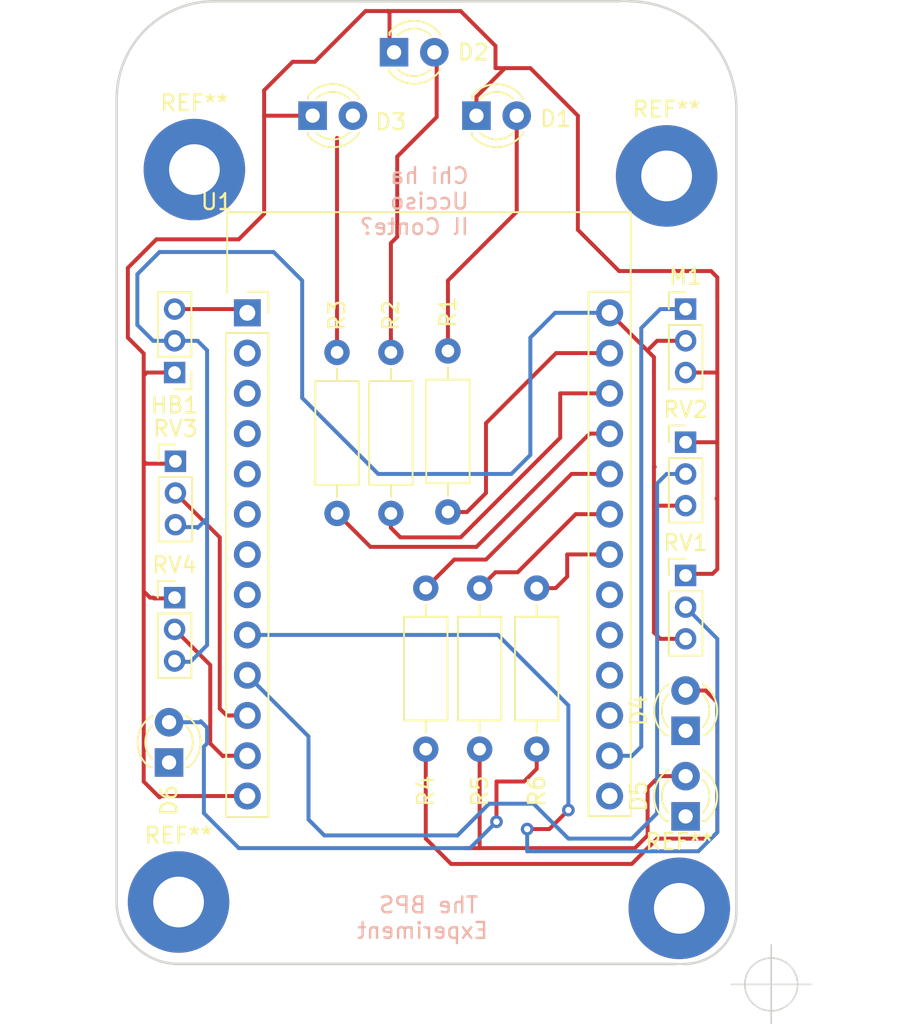
<source format=kicad_pcb>
(kicad_pcb (version 20211014) (generator pcbnew)
  (layers (0 "F.Cu" signal) (31 "B.Cu" signal) (34 "B.Paste" user) (35 "F.Paste" user) (36 "B.SilkS" user "B.Silkscreen") (37 "F.SilkS" user "F.Silkscreen") (38 "B.Mask" user) (39 "F.Mask" user) (44 "Edge.Cuts" user))
  (net 0 "")
  (net 1 "Net-(HB1-Pad3)")
  (net 9 "Net-(RV1-Pad2)")
  (net 10 "Net-(RV2-Pad2)")
  (net 11 "Net-(RV3-Pad2)")
  (net 12 "Net-(RV4-Pad2)")
  (net 13 "GND")
  (net 15 "Net-(M1-Pad1)")
  (net 20 "Net-(R6-Pad1)")
  (net 21 "Net-(R5-Pad1)")
  (net 22 "Net-(R4-Pad1)")
  (net 23 "Net-(R3-Pad1)")
  (net 24 "Net-(R2-Pad1)")
  (net 25 "Net-(R1-Pad1)")
  (net 26 "VCC")
  (net 27 "Net-(D1-Pad2)")
  (net 28 "Net-(D2-Pad2)")
  (net 29 "Net-(D3-Pad2)")
  (net 30 "Net-(D6-Pad2)")
  (net 31 "Net-(D5-Pad2)")
  (net 32 "Net-(D4-Pad2)")
  (footprint "Resistor_THT:R_Axial_DIN0207_L6.3mm_D2.5mm_P10.16mm_Horizontal" (layer "F.Cu") (at 109 118 -90)
    (fp_text reference "R5" (at 12.8 0 90) (layer "F.SilkS"))
    (fp_text value "R")
    (fp_line (start 8.35 1.37) (end 8.35 -1.37) (layer "F.SilkS") (width 0.12))
    (fp_line (start 1.81 1.37) (end 8.35 1.37) (layer "F.SilkS") (width 0.12))
    (fp_line (start 8.35 -1.37) (end 1.81 -1.37) (layer "F.SilkS") (width 0.12))
    (fp_line (start 1.04 0) (end 1.81 0) (layer "F.SilkS") (width 0.12))
    (fp_line (start 9.12 0) (end 8.35 0) (layer "F.SilkS") (width 0.12))
    (fp_line (start 1.81 -1.37) (end 1.81 1.37) (layer "F.SilkS") (width 0.12))
    (pad "1" thru_hole circle (at 0 0 270) (size 1.6 1.6) (drill 0.8) (layers *.Cu *.Mask) (net 21 "Net-(R5-Pad1)"))
    (pad "2" thru_hole oval (at 10.16 0 270) (size 1.6 1.6) (drill 0.8) (layers *.Cu *.Mask) (net 31 "Net-(D5-Pad2)"))
  )
  (footprint "LED_THT:LED_D3.0mm" (layer "F.Cu") (at 122 132.4 90)
    (fp_text reference "D5" (at 1.27 -2.96 90) (layer "F.SilkS"))
    (fp_text value "LED")
    (fp_line (start -0.29 1.08) (end -0.29 1.236) (layer "F.SilkS") (width 0.12))
    (fp_line (start -0.29 -1.236) (end -0.29 -1.08) (layer "F.SilkS") (width 0.12))
    (fp_arc (start -0.29 -1.235516) (mid 1.366487 -1.987659) (end 2.942335 -1.078608) (layer "F.SilkS") (width 0.12))
    (fp_arc (start 2.942335 1.078608) (mid 1.366487 1.987659) (end -0.29 1.235516) (layer "F.SilkS") (width 0.12))
    (fp_arc (start 2.31113 1.079837) (mid 1.270117 1.5) (end 0.229039 1.08) (layer "F.SilkS") (width 0.12))
    (fp_arc (start 0.229039 -1.08) (mid 1.270117 -1.5) (end 2.31113 -1.079837) (layer "F.SilkS") (width 0.12))
    (pad "1" thru_hole rect (at 0 0 90) (size 1.8 1.8) (drill 0.9) (layers *.Cu *.Mask))
    (pad "2" thru_hole circle (at 2.54 0 90) (size 1.8 1.8) (drill 0.9) (layers *.Cu *.Mask) (net 31 "Net-(D5-Pad2)"))
  )
  (footprint "LED_THT:LED_D3.0mm" (layer "F.Cu") (at 89.4 129 90)
    (fp_text reference "D6" (at -2.4 0 90) (layer "F.SilkS"))
    (fp_text value "LED")
    (fp_line (start -0.29 1.08) (end -0.29 1.236) (layer "F.SilkS") (width 0.12))
    (fp_line (start -0.29 -1.236) (end -0.29 -1.08) (layer "F.SilkS") (width 0.12))
    (fp_arc (start 0.229039 -1.08) (mid 1.270117 -1.5) (end 2.31113 -1.079837) (layer "F.SilkS") (width 0.12))
    (fp_arc (start 2.942335 1.078608) (mid 1.366487 1.987659) (end -0.29 1.235516) (layer "F.SilkS") (width 0.12))
    (fp_arc (start -0.29 -1.235516) (mid 1.366487 -1.987659) (end 2.942335 -1.078608) (layer "F.SilkS") (width 0.12))
    (fp_arc (start 2.31113 1.079837) (mid 1.270117 1.5) (end 0.229039 1.08) (layer "F.SilkS") (width 0.12))
    (pad "1" thru_hole rect (at 0 0 90) (size 1.8 1.8) (drill 0.9) (layers *.Cu *.Mask))
    (pad "2" thru_hole circle (at 2.54 0 90) (size 1.8 1.8) (drill 0.9) (layers *.Cu *.Mask) (net 30 "Net-(D6-Pad2)"))
  )
  (footprint "MountingHole:MountingHole_3.2mm_M3_Pad" (layer "F.Cu") (at 90 137.8)
    (fp_text reference "REF**" (at 0 -4.2) (layer "F.SilkS"))
    (fp_text value "MountingHole_3.2mm_M3_Pad")
    (pad "1" thru_hole circle (at 0 0) (size 6.4 6.4) (drill 3.2) (layers *.Cu *.Mask))
  )
  (footprint "Connector_PinHeader_2.00mm:PinHeader_1x03_P2.00mm_Vertical" (layer "F.Cu") (at 89.75 118.6)
    (fp_text reference "RV4" (at 0 -2.06) (layer "F.SilkS"))
    (fp_text value "R_Potentiometer")
    (fp_line (start -1.06 5.06) (end 1.06 5.06) (layer "F.SilkS") (width 0.12))
    (fp_line (start -1.06 0) (end -1.06 -1.06) (layer "F.SilkS") (width 0.12))
    (fp_line (start -1.06 1) (end -1.06 5.06) (layer "F.SilkS") (width 0.12))
    (fp_line (start -1.06 -1.06) (end 0 -1.06) (layer "F.SilkS") (width 0.12))
    (fp_line (start -1.06 1) (end 1.06 1) (layer "F.SilkS") (width 0.12))
    (fp_line (start 1.06 1) (end 1.06 5.06) (layer "F.SilkS") (width 0.12))
    (pad "1" thru_hole rect (at 0 0) (size 1.35 1.35) (drill 0.8) (layers *.Cu *.Mask) (net 13 "GND"))
    (pad "2" thru_hole oval (at 0 2) (size 1.35 1.35) (drill 0.8) (layers *.Cu *.Mask) (net 12 "Net-(RV4-Pad2)"))
    (pad "3" thru_hole oval (at 0 4) (size 1.35 1.35) (drill 0.8) (layers *.Cu *.Mask) (net 26 "VCC"))
  )
  (footprint "Connector_PinHeader_2.00mm:PinHeader_1x03_P2.00mm_Vertical" (layer "F.Cu") (at 122 100.4)
    (fp_text reference "M1" (at 0 -2.06) (layer "F.SilkS"))
    (fp_text value "motor_module")
    (fp_line (start -1.06 1) (end 1.06 1) (layer "F.SilkS") (width 0.12))
    (fp_line (start -1.06 5.06) (end 1.06 5.06) (layer "F.SilkS") (width 0.12))
    (fp_line (start -1.06 0) (end -1.06 -1.06) (layer "F.SilkS") (width 0.12))
    (fp_line (start -1.06 -1.06) (end 0 -1.06) (layer "F.SilkS") (width 0.12))
    (fp_line (start 1.06 1) (end 1.06 5.06) (layer "F.SilkS") (width 0.12))
    (fp_line (start -1.06 1) (end -1.06 5.06) (layer "F.SilkS") (width 0.12))
    (pad "1" thru_hole rect (at 0 0) (size 1.35 1.35) (drill 0.8) (layers *.Cu *.Mask) (net 15 "Net-(M1-Pad1)"))
    (pad "2" thru_hole oval (at 0 2) (size 1.35 1.35) (drill 0.8) (layers *.Cu *.Mask) (net 26 "VCC"))
    (pad "3" thru_hole oval (at 0 4) (size 1.35 1.35) (drill 0.8) (layers *.Cu *.Mask) (net 13 "GND"))
  )
  (footprint "Resistor_THT:R_Axial_DIN0207_L6.3mm_D2.5mm_P10.16mm_Horizontal" (layer "F.Cu") (at 100 113.29 90)
    (fp_text reference "R3" (at 12.49 0 90) (layer "F.SilkS"))
    (fp_text value "R")
    (fp_line (start 1.81 -1.37) (end 1.81 1.37) (layer "F.SilkS") (width 0.12))
    (fp_line (start 8.35 1.37) (end 8.35 -1.37) (layer "F.SilkS") (width 0.12))
    (fp_line (start 1.04 0) (end 1.81 0) (layer "F.SilkS") (width 0.12))
    (fp_line (start 1.81 1.37) (end 8.35 1.37) (layer "F.SilkS") (width 0.12))
    (fp_line (start 9.12 0) (end 8.35 0) (layer "F.SilkS") (width 0.12))
    (fp_line (start 8.35 -1.37) (end 1.81 -1.37) (layer "F.SilkS") (width 0.12))
    (pad "1" thru_hole circle (at 0 0 90) (size 1.6 1.6) (drill 0.8) (layers *.Cu *.Mask) (net 23 "Net-(R3-Pad1)"))
    (pad "2" thru_hole oval (at 10.16 0 90) (size 1.6 1.6) (drill 0.8) (layers *.Cu *.Mask) (net 29 "Net-(D3-Pad2)"))
  )
  (footprint "LED_THT:LED_D3.0mm" (layer "F.Cu") (at 98.46 88.2)
    (fp_text reference "D3" (at 4.94 0.4) (layer "F.SilkS"))
    (fp_text value "LED")
    (fp_line (start -0.29 1.08) (end -0.29 1.236) (layer "F.SilkS") (width 0.12))
    (fp_line (start -0.29 -1.236) (end -0.29 -1.08) (layer "F.SilkS") (width 0.12))
    (fp_arc (start 2.942335 1.078608) (mid 1.366487 1.987659) (end -0.29 1.235516) (layer "F.SilkS") (width 0.12))
    (fp_arc (start 0.229039 -1.08) (mid 1.270117 -1.5) (end 2.31113 -1.079837) (layer "F.SilkS") (width 0.12))
    (fp_arc (start -0.29 -1.235516) (mid 1.366487 -1.987659) (end 2.942335 -1.078608) (layer "F.SilkS") (width 0.12))
    (fp_arc (start 2.31113 1.079837) (mid 1.270117 1.5) (end 0.229039 1.08) (layer "F.SilkS") (width 0.12))
    (pad "1" thru_hole rect (at 0 0) (size 1.8 1.8) (drill 0.9) (layers *.Cu *.Mask) (net 13 "GND"))
    (pad "2" thru_hole circle (at 2.54 0) (size 1.8 1.8) (drill 0.9) (layers *.Cu *.Mask) (net 29 "Net-(D3-Pad2)"))
  )
  (footprint "Resistor_THT:R_Axial_DIN0207_L6.3mm_D2.5mm_P10.16mm_Horizontal" (layer "F.Cu") (at 103.4 113.29 90)
    (fp_text reference "R2" (at 12.49 0 90) (layer "F.SilkS"))
    (fp_text value "R")
    (fp_line (start 8.35 1.37) (end 8.35 -1.37) (layer "F.SilkS") (width 0.12))
    (fp_line (start 1.81 -1.37) (end 1.81 1.37) (layer "F.SilkS") (width 0.12))
    (fp_line (start 8.35 -1.37) (end 1.81 -1.37) (layer "F.SilkS") (width 0.12))
    (fp_line (start 1.81 1.37) (end 8.35 1.37) (layer "F.SilkS") (width 0.12))
    (fp_line (start 9.12 0) (end 8.35 0) (layer "F.SilkS") (width 0.12))
    (fp_line (start 1.04 0) (end 1.81 0) (layer "F.SilkS") (width 0.12))
    (pad "1" thru_hole circle (at 0 0 90) (size 1.6 1.6) (drill 0.8) (layers *.Cu *.Mask) (net 24 "Net-(R2-Pad1)"))
    (pad "2" thru_hole oval (at 10.16 0 90) (size 1.6 1.6) (drill 0.8) (layers *.Cu *.Mask) (net 28 "Net-(D2-Pad2)"))
  )
  (footprint "LED_THT:LED_D3.0mm" (layer "F.Cu") (at 108.8 88.2)
    (fp_text reference "D1" (at 5 0.2) (layer "F.SilkS"))
    (fp_text value "LED")
    (fp_line (start -0.29 -1.236) (end -0.29 -1.08) (layer "F.SilkS") (width 0.12))
    (fp_line (start -0.29 1.08) (end -0.29 1.236) (layer "F.SilkS") (width 0.12))
    (fp_arc (start 0.229039 -1.08) (mid 1.270117 -1.5) (end 2.31113 -1.079837) (layer "F.SilkS") (width 0.12))
    (fp_arc (start 2.942335 1.078608) (mid 1.366487 1.987659) (end -0.29 1.235516) (layer "F.SilkS") (width 0.12))
    (fp_arc (start -0.29 -1.235516) (mid 1.366487 -1.987659) (end 2.942335 -1.078608) (layer "F.SilkS") (width 0.12))
    (fp_arc (start 2.31113 1.079837) (mid 1.270117 1.5) (end 0.229039 1.08) (layer "F.SilkS") (width 0.12))
    (pad "1" thru_hole rect (at 0 0) (size 1.8 1.8) (drill 0.9) (layers *.Cu *.Mask) (net 13 "GND"))
    (pad "2" thru_hole circle (at 2.54 0) (size 1.8 1.8) (drill 0.9) (layers *.Cu *.Mask) (net 27 "Net-(D1-Pad2)"))
  )
  (footprint "Resistor_THT:R_Axial_DIN0207_L6.3mm_D2.5mm_P10.16mm_Horizontal" (layer "F.Cu") (at 112.6 118 -90)
    (fp_text reference "R6" (at 12.8 0 90) (layer "F.SilkS"))
    (fp_text value "R")
    (fp_line (start 1.81 1.37) (end 8.35 1.37) (layer "F.SilkS") (width 0.12))
    (fp_line (start 8.35 -1.37) (end 1.81 -1.37) (layer "F.SilkS") (width 0.12))
    (fp_line (start 8.35 1.37) (end 8.35 -1.37) (layer "F.SilkS") (width 0.12))
    (fp_line (start 1.04 0) (end 1.81 0) (layer "F.SilkS") (width 0.12))
    (fp_line (start 1.81 -1.37) (end 1.81 1.37) (layer "F.SilkS") (width 0.12))
    (fp_line (start 9.12 0) (end 8.35 0) (layer "F.SilkS") (width 0.12))
    (pad "1" thru_hole circle (at 0 0 270) (size 1.6 1.6) (drill 0.8) (layers *.Cu *.Mask) (net 20 "Net-(R6-Pad1)"))
    (pad "2" thru_hole oval (at 10.16 0 270) (size 1.6 1.6) (drill 0.8) (layers *.Cu *.Mask) (net 30 "Net-(D6-Pad2)"))
  )
  (footprint "Resistor_THT:R_Axial_DIN0207_L6.3mm_D2.5mm_P10.16mm_Horizontal" (layer "F.Cu") (at 107 113.2 90)
    (fp_text reference "R1" (at 12.6 0 90) (layer "F.SilkS"))
    (fp_text value "R")
    (fp_line (start 1.04 0) (end 1.81 0) (layer "F.SilkS") (width 0.12))
    (fp_line (start 1.81 1.37) (end 8.35 1.37) (layer "F.SilkS") (width 0.12))
    (fp_line (start 1.81 -1.37) (end 1.81 1.37) (layer "F.SilkS") (width 0.12))
    (fp_line (start 8.35 1.37) (end 8.35 -1.37) (layer "F.SilkS") (width 0.12))
    (fp_line (start 8.35 -1.37) (end 1.81 -1.37) (layer "F.SilkS") (width 0.12))
    (fp_line (start 9.12 0) (end 8.35 0) (layer "F.SilkS") (width 0.12))
    (pad "1" thru_hole circle (at 0 0 90) (size 1.6 1.6) (drill 0.8) (layers *.Cu *.Mask) (net 25 "Net-(R1-Pad1)"))
    (pad "2" thru_hole oval (at 10.16 0 90) (size 1.6 1.6) (drill 0.8) (layers *.Cu *.Mask) (net 27 "Net-(D1-Pad2)"))
  )
  (footprint "Connector_PinHeader_2.00mm:PinHeader_1x03_P2.00mm_Vertical" (layer "F.Cu") (at 122 117.2)
    (fp_text reference "RV1" (at 0 -2.06) (layer "F.SilkS"))
    (fp_text value "R_Potentiometer")
    (fp_line (start -1.06 -1.06) (end 0 -1.06) (layer "F.SilkS") (width 0.12))
    (fp_line (start -1.06 0) (end -1.06 -1.06) (layer "F.SilkS") (width 0.12))
    (fp_line (start 1.06 1) (end 1.06 5.06) (layer "F.SilkS") (width 0.12))
    (fp_line (start -1.06 5.06) (end 1.06 5.06) (layer "F.SilkS") (width 0.12))
    (fp_line (start -1.06 1) (end -1.06 5.06) (layer "F.SilkS") (width 0.12))
    (fp_line (start -1.06 1) (end 1.06 1) (layer "F.SilkS") (width 0.12))
    (pad "1" thru_hole rect (at 0 0) (size 1.35 1.35) (drill 0.8) (layers *.Cu *.Mask) (net 13 "GND"))
    (pad "2" thru_hole oval (at 0 2) (size 1.35 1.35) (drill 0.8) (layers *.Cu *.Mask) (net 9 "Net-(RV1-Pad2)"))
    (pad "3" thru_hole oval (at 0 4) (size 1.35 1.35) (drill 0.8) (layers *.Cu *.Mask) (net 26 "VCC"))
  )
  (footprint "LED_THT:LED_D3.0mm" (layer "F.Cu") (at 103.6 84.2)
    (fp_text reference "D2" (at 5 0) (layer "F.SilkS"))
    (fp_text value "LED")
    (fp_line (start -0.29 -1.236) (end -0.29 -1.08) (layer "F.SilkS") (width 0.12))
    (fp_line (start -0.29 1.08) (end -0.29 1.236) (layer "F.SilkS") (width 0.12))
    (fp_arc (start -0.29 -1.235516) (mid 1.366487 -1.987659) (end 2.942335 -1.078608) (layer "F.SilkS") (width 0.12))
    (fp_arc (start 2.31113 1.079837) (mid 1.270117 1.5) (end 0.229039 1.08) (layer "F.SilkS") (width 0.12))
    (fp_arc (start 0.229039 -1.08) (mid 1.270117 -1.5) (end 2.31113 -1.079837) (layer "F.SilkS") (width 0.12))
    (fp_arc (start 2.942335 1.078608) (mid 1.366487 1.987659) (end -0.29 1.235516) (layer "F.SilkS") (width 0.12))
    (pad "1" thru_hole rect (at 0 0) (size 1.8 1.8) (drill 0.9) (layers *.Cu *.Mask) (net 13 "GND"))
    (pad "2" thru_hole circle (at 2.54 0) (size 1.8 1.8) (drill 0.9) (layers *.Cu *.Mask) (net 28 "Net-(D2-Pad2)"))
  )
  (footprint "Connector_PinHeader_2.00mm:PinHeader_1x03_P2.00mm_Vertical" (layer "F.Cu") (at 89.75 104.4 180)
    (fp_text reference "HB1" (at 0 -2.06) (layer "F.SilkS"))
    (fp_text value "hearth beat sensor")
    (fp_line (start -1.06 5.06) (end 1.06 5.06) (layer "F.SilkS") (width 0.12))
    (fp_line (start -1.06 1) (end 1.06 1) (layer "F.SilkS") (width 0.12))
    (fp_line (start -1.06 -1.06) (end 0 -1.06) (layer "F.SilkS") (width 0.12))
    (fp_line (start -1.06 0) (end -1.06 -1.06) (layer "F.SilkS") (width 0.12))
    (fp_line (start -1.06 1) (end -1.06 5.06) (layer "F.SilkS") (width 0.12))
    (fp_line (start 1.06 1) (end 1.06 5.06) (layer "F.SilkS") (width 0.12))
    (pad "1" thru_hole rect (at 0 0 180) (size 1.35 1.35) (drill 0.8) (layers *.Cu *.Mask) (net 13 "GND"))
    (pad "2" thru_hole oval (at 0 2 180) (size 1.35 1.35) (drill 0.8) (layers *.Cu *.Mask) (net 26 "VCC"))
    (pad "3" thru_hole oval (at 0 4 180) (size 1.35 1.35) (drill 0.8) (layers *.Cu *.Mask) (net 1 "Net-(HB1-Pad3)"))
  )
  (footprint "MountingHole:MountingHole_3.2mm_M3_Pad" (layer "F.Cu") (at 121.6 138.2)
    (fp_text reference "REF**" (at 0 -4.2) (layer "F.SilkS"))
    (fp_text value "MountingHole_3.2mm_M3_Pad")
    (pad "1" thru_hole circle (at 0 0) (size 6.4 6.4) (drill 3.2) (layers *.Cu *.Mask))
  )
  (footprint "Connector_PinHeader_2.00mm:PinHeader_1x03_P2.00mm_Vertical" (layer "F.Cu") (at 89.8 110)
    (fp_text reference "RV3" (at 0 -2.06) (layer "F.SilkS"))
    (fp_text value "R_Potentiometer")
    (fp_line (start -1.06 1) (end 1.06 1) (layer "F.SilkS") (width 0.12))
    (fp_line (start -1.06 -1.06) (end 0 -1.06) (layer "F.SilkS") (width 0.12))
    (fp_line (start -1.06 5.06) (end 1.06 5.06) (layer "F.SilkS") (width 0.12))
    (fp_line (start -1.06 1) (end -1.06 5.06) (layer "F.SilkS") (width 0.12))
    (fp_line (start -1.06 0) (end -1.06 -1.06) (layer "F.SilkS") (width 0.12))
    (fp_line (start 1.06 1) (end 1.06 5.06) (layer "F.SilkS") (width 0.12))
    (pad "1" thru_hole rect (at 0 0) (size 1.35 1.35) (drill 0.8) (layers *.Cu *.Mask) (net 13 "GND"))
    (pad "2" thru_hole oval (at 0 2) (size 1.35 1.35) (drill 0.8) (layers *.Cu *.Mask) (net 11 "Net-(RV3-Pad2)"))
    (pad "3" thru_hole oval (at 0 4) (size 1.35 1.35) (drill 0.8) (layers *.Cu *.Mask) (net 26 "VCC"))
  )
  (footprint "MountingHole:MountingHole_3.2mm_M3_Pad" (layer "F.Cu") (at 91 91.6)
    (fp_text reference "REF**" (at 0 -4.2) (layer "F.SilkS"))
    (fp_text value "MountingHole_3.2mm_M3_Pad")
    (pad "1" thru_hole circle (at 0 0) (size 6.4 6.4) (drill 3.2) (layers *.Cu *.Mask))
  )
  (footprint "wemos_lolin32_lite:esp32_wemos_lolin32_lite" (layer "F.Cu") (at 94.34 100.635)
    (fp_text reference "U1" (at -1.93 -7) (layer "F.SilkS"))
    (fp_text value "esp32_wemos_lolin32_lite")
    (fp_line (start 21.53 31.75) (end 21.53 -1.33) (layer "F.SilkS") (width 0.12))
    (fp_line (start 1.33 -1.33) (end 1.33 0) (layer "F.SilkS") (width 0.12))
    (fp_line (start 24.19 31.75) (end 21.53 31.75) (layer "F.SilkS") (width 0.12))
    (fp_line (start 24.19 -1.33) (end 21.53 -1.33) (layer "F.SilkS") (width 0.12))
    (fp_line (start 0 -1.33) (end 1.33 -1.33) (layer "F.SilkS") (width 0.12))
    (fp_line (start 24.19 -1.33) (end 24.19 -6.34) (layer "F.SilkS") (width 0.12))
    (fp_line (start 1.33 1.27) (end 1.33 31.81) (layer "F.SilkS") (width 0.12))
    (fp_line (start 24.19 31.75) (end 24.19 -1.33) (layer "F.SilkS") (width 0.12))
    (fp_line (start -1.33 1.27) (end 1.33 1.27) (layer "F.SilkS") (width 0.12))
    (fp_line (start -1.33 31.81) (end 1.33 31.81) (layer "F.SilkS") (width 0.12))
    (fp_line (start -1.33 1.27) (end -1.33 31.81) (layer "F.SilkS") (width 0.12))
    (fp_line (start -1.27 -1.27) (end -1.27 -6.35) (layer "F.SilkS") (width 0.12))
    (fp_line (start -1.27 -6.35) (end 24.19 -6.35) (layer "F.SilkS") (width 0.12))
    (pad "1" thru_hole rect (at 0 0) (size 1.7 1.7) (drill 1) (layers *.Cu *.Mask) (net 1 "Net-(HB1-Pad3)"))
    (pad "2" thru_hole oval (at 0 2.54) (size 1.7 1.7) (drill 1) (layers *.Cu *.Mask))
    (pad "3" thru_hole oval (at 0 5.08) (size 1.7 1.7) (drill 1) (layers *.Cu *.Mask))
    (pad "4" thru_hole oval (at 0 7.62) (size 1.7 1.7) (drill 1) (layers *.Cu *.Mask))
    (pad "5" thru_hole oval (at 0 10.16) (size 1.7 1.7) (drill 1) (layers *.Cu *.Mask))
    (pad "6" thru_hole oval (at 0 12.7) (size 1.7 1.7) (drill 1) (layers *.Cu *.Mask))
    (pad "7" thru_hole oval (at 0 15.24) (size 1.7 1.7) (drill 1) (layers *.Cu *.Mask))
    (pad "8" thru_hole oval (at 0 17.78) (size 1.7 1.7) (drill 1) (layers *.Cu *.Mask))
    (pad "9" thru_hole oval (at 0 20.32) (size 1.7 1.7) (drill 1) (layers *.Cu *.Mask) (net 9 "Net-(RV1-Pad2)"))
    (pad "10" thru_hole oval (at 0 22.86) (size 1.7 1.7) (drill 1) (layers *.Cu *.Mask) (net 10 "Net-(RV2-Pad2)"))
    (pad "11" thru_hole oval (at 0 25.4) (size 1.7 1.7) (drill 1) (layers *.Cu *.Mask) (net 11 "Net-(RV3-Pad2)"))
    (pad "12" thru_hole oval (at 0 27.94) (size 1.7 1.7) (drill 1) (layers *.Cu *.Mask) (net 12 "Net-(RV4-Pad2)"))
    (pad "13" thru_hole oval (at 0 30.48) (size 1.7 1.7) (drill 1) (layers *.Cu *.Mask) (net 13 "GND"))
    (pad "14" thru_hole circle (at 22.86 30.48 180) (size 1.7 1.7) (drill 1) (layers *.Cu *.Mask))
    (pad "15" thru_hole oval (at 22.86 27.94 180) (size 1.7 1.7) (drill 1) (layers *.Cu *.Mask) (net 15 "Net-(M1-Pad1)"))
    (pad "16" thru_hole oval (at 22.86 25.4 180) (size 1.7 1.7) (drill 1) (layers *.Cu *.Mask))
    (pad "17" thru_hole oval (at 22.86 22.86 180) (size 1.7 1.7) (drill 1) (layers *.Cu *.Mask))
    (pad "18" thru_hole oval (at 22.86 20.32 180) (size 1.7 1.7) (drill 1) (layers *.Cu *.Mask))
    (pad "19" thru_hole oval (at 22.86 17.78 180) (size 1.7 1.7) (drill 1) (layers *.Cu *.Mask))
    (pad "20" thru_hole oval (at 22.86 15.24 180) (size 1.7 1.7) (drill 1) (layers *.Cu *.Mask) (net 20 "Net-(R6-Pad1)"))
    (pad "21" thru_hole oval (at 22.86 12.7 180) (size 1.7 1.7) (drill 1) (layers *.Cu *.Mask) (net 21 "Net-(R5-Pad1)"))
    (pad "22" thru_hole oval (at 22.86 10.16 180) (size 1.7 1.7) (drill 1) (layers *.Cu *.Mask) (net 22 "Net-(R4-Pad1)"))
    (pad "23" thru_hole oval (at 22.86 7.62 180) (size 1.7 1.7) (drill 1) (layers *.Cu *.Mask) (net 23 "Net-(R3-Pad1)"))
    (pad "24" thru_hole oval (at 22.86 5.08 180) (size 1.7 1.7) (drill 1) (layers *.Cu *.Mask) (net 24 "Net-(R2-Pad1)"))
    (pad "25" thru_hole oval (at 22.86 2.54 180) (size 1.7 1.7) (drill 1) (layers *.Cu *.Mask) (net 25 "Net-(R1-Pad1)"))
    (pad "26" thru_hole oval (at 22.86 0 180) (size 1.7 1.7) (drill 1) (layers *.Cu *.Mask) (net 26 "VCC"))
  )
  (footprint "LED_THT:LED_D3.0mm" (layer "F.Cu") (at 122 127 90)
    (fp_text reference "D4" (at 1.27 -2.96 90) (layer "F.SilkS"))
    (fp_text value "LED")
    (fp_line (start -0.29 1.08) (end -0.29 1.236) (layer "F.SilkS") (width 0.12))
    (fp_line (start -0.29 -1.236) (end -0.29 -1.08) (layer "F.SilkS") (width 0.12))
    (fp_arc (start 2.31113 1.079837) (mid 1.270117 1.5) (end 0.229039 1.08) (layer "F.SilkS") (width 0.12))
    (fp_arc (start 2.942335 1.078608) (mid 1.366487 1.987659) (end -0.29 1.235516) (layer "F.SilkS") (width 0.12))
    (fp_arc (start 0.229039 -1.08) (mid 1.270117 -1.5) (end 2.31113 -1.079837) (layer "F.SilkS") (width 0.12))
    (fp_arc (start -0.29 -1.235516) (mid 1.366487 -1.987659) (end 2.942335 -1.078608) (layer "F.SilkS") (width 0.12))
    (pad "1" thru_hole rect (at 0 0 90) (size 1.8 1.8) (drill 0.9) (layers *.Cu *.Mask))
    (pad "2" thru_hole circle (at 2.54 0 90) (size 1.8 1.8) (drill 0.9) (layers *.Cu *.Mask) (net 32 "Net-(D4-Pad2)"))
  )
  (footprint "Connector_PinHeader_2.00mm:PinHeader_1x03_P2.00mm_Vertical" (layer "F.Cu") (at 122 108.8)
    (fp_text reference "RV2" (at 0 -2.06) (layer "F.SilkS"))
    (fp_text value "R_Potentiometer")
    (fp_line (start -1.06 -1.06) (end 0 -1.06) (layer "F.SilkS") (width 0.12))
    (fp_line (start -1.06 1) (end -1.06 5.06) (layer "F.SilkS") (width 0.12))
    (fp_line (start -1.06 1) (end 1.06 1) (layer "F.SilkS") (width 0.12))
    (fp_line (start 1.06 1) (end 1.06 5.06) (layer "F.SilkS") (width 0.12))
    (fp_line (start -1.06 5.06) (end 1.06 5.06) (layer "F.SilkS") (width 0.12))
    (fp_line (start -1.06 0) (end -1.06 -1.06) (layer "F.SilkS") (width 0.12))
    (pad "1" thru_hole rect (at 0 0) (size 1.35 1.35) (drill 0.8) (layers *.Cu *.Mask) (net 13 "GND"))
    (pad "2" thru_hole oval (at 0 2) (size 1.35 1.35) (drill 0.8) (layers *.Cu *.Mask) (net 10 "Net-(RV2-Pad2)"))
    (pad "3" thru_hole oval (at 0 4) (size 1.35 1.35) (drill 0.8) (layers *.Cu *.Mask) (net 26 "VCC"))
  )
  (footprint "MountingHole:MountingHole_3.2mm_M3_Pad" (layer "F.Cu") (at 120.8 92)
    (fp_text reference "REF**" (at 0 -4.2) (layer "F.SilkS"))
    (fp_text value "MountingHole_3.2mm_M3_Pad")
    (pad "1" thru_hole circle (at 0 0) (size 6.4 6.4) (drill 3.2) (layers *.Cu *.Mask))
  )
  (footprint "Resistor_THT:R_Axial_DIN0207_L6.3mm_D2.5mm_P10.16mm_Horizontal" (layer "F.Cu") (at 105.6 118 -90)
    (fp_text reference "R4" (at 12.8 0 90) (layer "F.SilkS"))
    (fp_text value "R")
    (fp_line (start 8.35 -1.37) (end 1.81 -1.37) (layer "F.SilkS") (width 0.12))
    (fp_line (start 8.35 1.37) (end 8.35 -1.37) (layer "F.SilkS") (width 0.12))
    (fp_line (start 9.12 0) (end 8.35 0) (layer "F.SilkS") (width 0.12))
    (fp_line (start 1.81 -1.37) (end 1.81 1.37) (layer "F.SilkS") (width 0.12))
    (fp_line (start 1.81 1.37) (end 8.35 1.37) (layer "F.SilkS") (width 0.12))
    (fp_line (start 1.04 0) (end 1.81 0) (layer "F.SilkS") (width 0.12))
    (pad "1" thru_hole circle (at 0 0 270) (size 1.6 1.6) (drill 0.8) (layers *.Cu *.Mask) (net 22 "Net-(R4-Pad1)"))
    (pad "2" thru_hole oval (at 10.16 0 270) (size 1.6 1.6) (drill 0.8) (layers *.Cu *.Mask) (net 32 "Net-(D4-Pad2)"))
  )
  (gr_arc (start 86.093068 87.15024) (mid 87.89947 82.789199) (end 92.260511 80.982796) (layer "Edge.Cuts") (width 0.16))
  (gr_arc (start 90 141.706932) (mid 87.237382 140.562618) (end 86.093068 137.8) (layer "Edge.Cuts") (width 0.16))
  (gr_line (start 92.260511 80.982796) (end 117.880865 80.982796) (layer "Edge.Cuts") (width 0.16))
  (gr_line (start 125.2 87.808863) (end 125.2 138.4) (layer "Edge.Cuts") (width 0.16))
  (gr_line (start 121.4 141.706932) (end 121.893068 141.706932) (layer "Edge.Cuts") (width 0.1))
  (gr_arc (start 125.2 138.4) (mid 124.231422 140.738354) (end 121.893068 141.706932) (layer "Edge.Cuts") (width 0.16))
  (gr_line (start 117.880865 80.982796) (end 118.373933 80.982796) (layer "Edge.Cuts") (width 0.1))
  (gr_arc (start 118.373933 80.982796) (mid 123.200727 82.98209) (end 125.2 87.808863) (layer "Edge.Cuts") (width 0.16))
  (gr_line (start 121.4 141.706932) (end 90 141.706932) (layer "Edge.Cuts") (width 0.16))
  (gr_line (start 86.093068 137.8) (end 86.093068 87.15024) (layer "Edge.Cuts") (width 0.16))
  (gr_text "Chi ha\nUcciso\nIl Conte?" (at 108.4 93.6) (layer "B.SilkS") (effects (font (size 1 1)) (justify left mirror)))
  (gr_text "The BPS \nExperiment" (at 105.4 138.8) (layer "B.SilkS") (effects (font (size 1 1)) (justify mirror)))
  (target plus (at 127.4 143) (size 5) (width 0.1) (layer "Edge.Cuts"))
  (segment (start 89.75 100.4) (end 94.105 100.4) (width 0.25) (layer "F.Cu") (net 1))
  (segment (start 94.105 100.4) (end 94.34 100.635) (width 0.25) (layer "F.Cu") (net 1))
  (segment (start 114.6 132) (end 113.4 133.2) (width 0.25) (layer "F.Cu") (net 9))
  (segment (start 113.4 133.2) (end 112 133.2) (width 0.25) (layer "F.Cu") (net 9))
  (via (at 112 133.2) (size 0.8) (drill 0.4) (layers "F.Cu" "B.Cu") (net 9))
  (via (at 114.6 132) (size 0.8) (drill 0.4) (layers "F.Cu" "B.Cu") (net 9))
  (segment (start 112 133.2) (end 112 134.6) (width 0.25) (layer "B.Cu") (net 9))
  (segment (start 110.155 120.955) (end 114.6 125.4) (width 0.25) (layer "B.Cu") (net 9))
  (segment (start 114.6 125.4) (end 114.6 132) (width 0.25) (layer "B.Cu") (net 9))
  (segment (start 122.8 134.6) (end 124 133.4) (width 0.25) (layer "B.Cu") (net 9))
  (segment (start 112 134.6) (end 122.8 134.6) (width 0.25) (layer "B.Cu") (net 9))
  (segment (start 94.34 120.955) (end 110.155 120.955) (width 0.25) (layer "B.Cu") (net 9))
  (segment (start 124 121.2) (end 122 119.2) (width 0.25) (layer "B.Cu") (net 9))
  (segment (start 124 133.4) (end 124 121.2) (width 0.25) (layer "B.Cu") (net 9))
  (segment (start 98.2 132.6) (end 99.2 133.6) (width 0.25) (layer "B.Cu") (net 10))
  (segment (start 94.34 123.495) (end 98.2 127.355) (width 0.25) (layer "B.Cu") (net 10))
  (segment (start 98.2 127.355) (end 98.2 132.6) (width 0.25) (layer "B.Cu") (net 10))
  (segment (start 118.6 133.8) (end 120.2 132.2) (width 0.25) (layer "B.Cu") (net 10))
  (segment (start 120.2 111.4) (end 120.8 110.8) (width 0.25) (layer "B.Cu") (net 10))
  (segment (start 120.8 110.8) (end 122 110.8) (width 0.25) (layer "B.Cu") (net 10))
  (segment (start 109.6 131.6) (end 112.4 131.6) (width 0.25) (layer "B.Cu") (net 10))
  (segment (start 114.6 133.8) (end 118.6 133.8) (width 0.25) (layer "B.Cu") (net 10))
  (segment (start 99.2 133.6) (end 107.6 133.6) (width 0.25) (layer "B.Cu") (net 10))
  (segment (start 107.6 133.6) (end 109.6 131.6) (width 0.25) (layer "B.Cu") (net 10))
  (segment (start 112.4 131.6) (end 114.6 133.8) (width 0.25) (layer "B.Cu") (net 10))
  (segment (start 120.2 132.2) (end 120.2 111.4) (width 0.25) (layer "B.Cu") (net 10))
  (segment (start 92.6 114.8) (end 92.6 125.6) (width 0.25) (layer "F.Cu") (net 11))
  (segment (start 92.6 125.6) (end 93.035 126.035) (width 0.25) (layer "F.Cu") (net 11))
  (segment (start 93.035 126.035) (end 94.34 126.035) (width 0.25) (layer "F.Cu") (net 11))
  (segment (start 89.8 112) (end 92.6 114.8) (width 0.25) (layer "F.Cu") (net 11))
  (segment (start 92.825 128.575) (end 94.34 128.575) (width 0.25) (layer "F.Cu") (net 12))
  (segment (start 89.75 120.6) (end 92 122.85) (width 0.25) (layer "F.Cu") (net 12))
  (segment (start 92 122.85) (end 92 127.8) (width 0.25) (layer "F.Cu") (net 12))
  (segment (start 92 127.8) (end 92.8 128.6) (width 0.25) (layer "F.Cu") (net 12))
  (segment (start 92.8 128.6) (end 92.825 128.575) (width 0.25) (layer "F.Cu") (net 12))
  (segment (start 95.4 86.6) (end 95.4 88.2) (width 0.25) (layer "F.Cu") (net 13))
  (segment (start 86.8 97.8) (end 86.8 102.2) (width 0.25) (layer "F.Cu") (net 13))
  (segment (start 112.2 85.2) (end 115.2 88.2) (width 0.25) (layer "F.Cu") (net 13))
  (segment (start 122 108.8) (end 124 108.8) (width 0.25) (layer "F.Cu") (net 13))
  (segment (start 89.75 104.4) (end 88 104.4) (width 0.25) (layer "F.Cu") (net 13))
  (segment (start 88.4 118.6) (end 88.45 118.65) (width 0.25) (layer "F.Cu") (net 13))
  (segment (start 110.6 85.2) (end 108.8 87) (width 0.25) (layer "F.Cu") (net 13))
  (segment (start 124 104.4) (end 124 108.8) (width 0.25) (layer "F.Cu") (net 13))
  (segment (start 87.95 110.15) (end 87.8 110) (width 0.25) (layer "F.Cu") (net 13))
  (segment (start 103.2 81.6) (end 107.8 81.6) (width 0.25) (layer "F.Cu") (net 13))
  (segment (start 123.95 112.35) (end 124 112.4) (width 0.25) (layer "F.Cu") (net 13))
  (segment (start 124 108.8) (end 124 112.4) (width 0.25) (layer "F.Cu") (net 13))
  (segment (start 93.8 96) (end 88.6 96) (width 0.25) (layer "F.Cu") (net 13))
  (segment (start 88.45 118.65) (end 89.75 118.65) (width 0.25) (layer "F.Cu") (net 13))
  (segment (start 123.6 98) (end 124 98.4) (width 0.25) (layer "F.Cu") (net 13))
  (segment (start 122 104.4) (end 124 104.4) (width 0.25) (layer "F.Cu") (net 13))
  (segment (start 101.8 81.6) (end 98.6 84.8) (width 0.25) (layer "F.Cu") (net 13))
  (segment (start 115.2 95.4) (end 117.8 98) (width 0.25) (layer "F.Cu") (net 13))
  (segment (start 88.2 118.6) (end 88.4 118.6) (width 0.25) (layer "F.Cu") (net 13))
  (segment (start 87.8 110) (end 87.8 118.2) (width 0.25) (layer "F.Cu") (net 13))
  (segment (start 87.8 103.2) (end 87.8 104.6) (width 0.25) (layer "F.Cu") (net 13))
  (segment (start 117.8 98) (end 123.6 98) (width 0.25) (layer "F.Cu") (net 13))
  (segment (start 89.75 110.15) (end 87.95 110.15) (width 0.25) (layer "F.Cu") (net 13))
  (segment (start 110 85.2) (end 110.6 85.2) (width 0.25) (layer "F.Cu") (net 13))
  (segment (start 95.4 94.4) (end 93.8 96) (width 0.25) (layer "F.Cu") (net 13))
  (segment (start 124 98.4) (end 124 99.6) (width 0.25) (layer "F.Cu") (net 13))
  (segment (start 88.6 96) (end 86.8 97.8) (width 0.25) (layer "F.Cu") (net 13))
  (segment (start 88.885 131.115) (end 94.34 131.115) (width 0.25) (layer "F.Cu") (net 13))
  (segment (start 87.8 118.2) (end 87.8 130.2) (width 0.25) (layer "F.Cu") (net 13))
  (segment (start 95.4 88.2) (end 95.4 94.4) (width 0.25) (layer "F.Cu") (net 13))
  (segment (start 88 104.4) (end 87.8 104.6) (width 0.25) (layer "F.Cu") (net 13))
  (segment (start 97.2 84.8) (end 95.4 86.6) (width 0.25) (layer "F.Cu") (net 13))
  (segment (start 87.8 118.2) (end 88.2 118.6) (width 0.25) (layer "F.Cu") (net 13))
  (segment (start 107.8 81.6) (end 110 83.8) (width 0.25) (layer "F.Cu") (net 13))
  (segment (start 98.46 88.2) (end 95.4 88.2) (width 0.25) (layer "F.Cu") (net 13))
  (segment (start 123.7 117.1) (end 124 116.8) (width 0.25) (layer "F.Cu") (net 13))
  (segment (start 98.6 84.8) (end 97.2 84.8) (width 0.25) (layer "F.Cu") (net 13))
  (segment (start 86.8 102.2) (end 87.8 103.2) (width 0.25) (layer "F.Cu") (net 13))
  (segment (start 124 112.4) (end 124 116.8) (width 0.25) (layer "F.Cu") (net 13))
  (segment (start 124 99.6) (end 124 104.4) (width 0.25) (layer "F.Cu") (net 13))
  (segment (start 103.3125 81.7125) (end 103.2 81.6) (width 0.25) (layer "F.Cu") (net 13))
  (segment (start 103.2 81.6) (end 101.8 81.6) (width 0.25) (layer "F.Cu") (net 13))
  (segment (start 108.8 87) (end 108.8 88.2) (width 0.25) (layer "F.Cu") (net 13))
  (segment (start 103.3125 84) (end 103.3125 81.7125) (width 0.25) (layer "F.Cu") (net 13))
  (segment (start 110.6 85.2) (end 112.2 85.2) (width 0.25) (layer "F.Cu") (net 13))
  (segment (start 122 117.1) (end 123.7 117.1) (width 0.25) (layer "F.Cu") (net 13))
  (segment (start 98.46 88.2) (end 98.46 88.34) (width 0.25) (layer "F.Cu") (net 13))
  (segment (start 115.2 88.2) (end 115.2 95.4) (width 0.25) (layer "F.Cu") (net 13))
  (segment (start 87.8 104.6) (end 87.8 110) (width 0.25) (layer "F.Cu") (net 13))
  (segment (start 110 83.8) (end 110 85.2) (width 0.25) (layer "F.Cu") (net 13))
  (segment (start 87.8 130.2) (end 88.8 131.2) (width 0.25) (layer "F.Cu") (net 13))
  (segment (start 88.8 131.2) (end 88.885 131.115) (width 0.25) (layer "F.Cu") (net 13))
  (segment (start 122 100.4) (end 120.4 100.4) (width 0.25) (layer "B.Cu") (net 15))
  (segment (start 120.4 100.4) (end 119.2 101.6) (width 0.25) (layer "B.Cu") (net 15))
  (segment (start 118.6 128.6) (end 118.575 128.575) (width 0.25) (layer "B.Cu") (net 15))
  (segment (start 119.2 128) (end 118.6 128.6) (width 0.25) (layer "B.Cu") (net 15))
  (segment (start 119.2 101.6) (end 119.2 128) (width 0.25) (layer "B.Cu") (net 15))
  (segment (start 118.575 128.575) (end 117.2 128.575) (width 0.25) (layer "B.Cu") (net 15))
  (segment (start 114.525 115.875) (end 117.2 115.875) (width 0.25) (layer "F.Cu") (net 20))
  (segment (start 113.8 118) (end 112.6 118) (width 0.25) (layer "F.Cu") (net 20))
  (segment (start 114.525 115.875) (end 114.525 117.275) (width 0.25) (layer "F.Cu") (net 20))
  (segment (start 114.525 117.275) (end 113.8 118) (width 0.25) (layer "F.Cu") (net 20))
  (segment (start 110 117) (end 111.4 117) (width 0.25) (layer "F.Cu") (net 21))
  (segment (start 111.4 117) (end 115.065 113.335) (width 0.25) (layer "F.Cu") (net 21))
  (segment (start 115.065 113.335) (end 117.2 113.335) (width 0.25) (layer "F.Cu") (net 21))
  (segment (start 109 118) (end 110 117) (width 0.25) (layer "F.Cu") (net 21))
  (segment (start 114.805 110.795) (end 109.4 116.2) (width 0.25) (layer "F.Cu") (net 22))
  (segment (start 107.4 116.2) (end 105.6 118) (width 0.25) (layer "F.Cu") (net 22))
  (segment (start 109.4 116.2) (end 107.4 116.2) (width 0.25) (layer "F.Cu") (net 22))
  (segment (start 114.805 110.795) (end 117.2 110.795) (width 0.25) (layer "F.Cu") (net 22))
  (segment (start 102.11 115.4) (end 100 113.29) (width 0.25) (layer "F.Cu") (net 23))
  (segment (start 117.2 108.255) (end 115.945 108.255) (width 0.25) (layer "F.Cu") (net 23))
  (segment (start 115.945 108.255) (end 108.8 115.4) (width 0.25) (layer "F.Cu") (net 23))
  (segment (start 108.8 115.4) (end 102.11 115.4) (width 0.25) (layer "F.Cu") (net 23))
  (segment (start 103.4 114.2) (end 103.4 113.29) (width 0.25) (layer "F.Cu") (net 24))
  (segment (start 114.085 105.715) (end 117.2 105.715) (width 0.25) (layer "F.Cu") (net 24))
  (segment (start 114.085 108.515) (end 107.8 114.8) (width 0.25) (layer "F.Cu") (net 24))
  (segment (start 107.8 114.8) (end 104 114.8) (width 0.25) (layer "F.Cu") (net 24))
  (segment (start 104 114.8) (end 103.4 114.2) (width 0.25) (layer "F.Cu") (net 24))
  (segment (start 114.085 105.715) (end 114.085 108.515) (width 0.25) (layer "F.Cu") (net 24))
  (segment (start 117.2 103.175) (end 113.825 103.175) (width 0.25) (layer "F.Cu") (net 25))
  (segment (start 109.4 107.6) (end 109.4 112) (width 0.25) (layer "F.Cu") (net 25))
  (segment (start 113.825 103.175) (end 109.4 107.6) (width 0.25) (layer "F.Cu") (net 25))
  (segment (start 108.2 113.2) (end 107 113.2) (width 0.25) (layer "F.Cu") (net 25))
  (segment (start 109.4 112) (end 108.2 113.2) (width 0.25) (layer "F.Cu") (net 25))
  (segment (start 120 110.4) (end 120 112.8) (width 0.25) (layer "F.Cu") (net 26))
  (segment (start 120 120.8) (end 120.4 121.2) (width 0.25) (layer "F.Cu") (net 26))
  (segment (start 119.5825 103.0175) (end 120 103.435) (width 0.25) (layer "F.Cu") (net 26))
  (segment (start 120 112.8) (end 120 120.8) (width 0.25) (layer "F.Cu") (net 26))
  (segment (start 122 112.8) (end 120 112.8) (width 0.25) (layer "F.Cu") (net 26))
  (segment (start 122 102.4) (end 120.2 102.4) (width 0.25) (layer "F.Cu") (net 26))
  (segment (start 117.2 100.635) (end 119.5825 103.0175) (width 0.25) (layer "F.Cu") (net 26))
  (segment (start 120.4 121.2) (end 122 121.2) (width 0.25) (layer "F.Cu") (net 26))
  (segment (start 120.05 110.35) (end 120 110.4) (width 0.25) (layer "F.Cu") (net 26))
  (segment (start 120 103.435) (end 120 104.4) (width 0.25) (layer "F.Cu") (net 26))
  (segment (start 120 104.4) (end 120 110.4) (width 0.25) (layer "F.Cu") (net 26))
  (segment (start 120.2 102.4) (end 119.5825 103.0175) (width 0.25) (layer "F.Cu") (net 26))
  (segment (start 111 110.8) (end 102.6 110.8) (width 0.25) (layer "B.Cu") (net 26))
  (segment (start 88.4 102.4) (end 89.75 102.4) (width 0.25) (layer "B.Cu") (net 26))
  (segment (start 97.8 106) (end 97.8 98.6) (width 0.25) (layer "B.Cu") (net 26))
  (segment (start 91.15 114.15) (end 89.75 114.15) (width 0.25) (layer "B.Cu") (net 26))
  (segment (start 112.2 109.6) (end 111 110.8) (width 0.25) (layer "B.Cu") (net 26))
  (segment (start 97.8 98.6) (end 96 96.8) (width 0.25) (layer "B.Cu") (net 26))
  (segment (start 87.4 98.2) (end 87.4 101.4) (width 0.25) (layer "B.Cu") (net 26))
  (segment (start 102.6 110.8) (end 97.8 106) (width 0.25) (layer "B.Cu") (net 26))
  (segment (start 91.8 113.6) (end 91.2 114.2) (width 0.25) (layer "B.Cu") (net 26))
  (segment (start 90.75 122.65) (end 89.75 122.65) (width 0.25) (layer "B.Cu") (net 26))
  (segment (start 89.75 102.4) (end 91.2 102.4) (width 0.25) (layer "B.Cu") (net 26))
  (segment (start 117.2 100.635) (end 113.765 100.635) (width 0.25) (layer "B.Cu") (net 26))
  (segment (start 91.8 121.6) (end 90.75 122.65) (width 0.25) (layer "B.Cu") (net 26))
  (segment (start 88.8 96.8) (end 87.4 98.2) (width 0.25) (layer "B.Cu") (net 26))
  (segment (start 91.8 113.6) (end 91.8 121.6) (width 0.25) (layer "B.Cu") (net 26))
  (segment (start 91.2 102.4) (end 91.8 103) (width 0.25) (layer "B.Cu") (net 26))
  (segment (start 113.765 100.635) (end 112.2 102.2) (width 0.25) (layer "B.Cu") (net 26))
  (segment (start 96 96.8) (end 88.8 96.8) (width 0.25) (layer "B.Cu") (net 26))
  (segment (start 91.2 114.2) (end 91.15 114.15) (width 0.25) (layer "B.Cu") (net 26))
  (segment (start 87.4 101.4) (end 88.4 102.4) (width 0.25) (layer "B.Cu") (net 26))
  (segment (start 112.2 102.2) (end 112.2 109.6) (width 0.25) (layer "B.Cu") (net 26))
  (segment (start 91.8 103) (end 91.8 113.6) (width 0.25) (layer "B.Cu") (net 26))
  (segment (start 111.34 94.26) (end 111.3 94.3) (width 0.25) (layer "F.Cu") (net 27))
  (segment (start 111.34 88.2) (end 111.34 94.26) (width 0.25) (layer "F.Cu") (net 27))
  (segment (start 109.85 95.75) (end 111.3 94.3) (width 0.25) (layer "F.Cu") (net 27))
  (segment (start 107 98.6) (end 107 103.04) (width 0.25) (layer "F.Cu") (net 27))
  (segment (start 109.85 95.75) (end 107 98.6) (width 0.25) (layer "F.Cu") (net 27))
  (segment (start 106.2875 84) (end 106.2875 88.2875) (width 0.25) (layer "F.Cu") (net 28))
  (segment (start 103.8 90.775) (end 106.2875 88.2875) (width 0.25) (layer "F.Cu") (net 28))
  (segment (start 103.4 96.24) (end 103.4 103.13) (width 0.25) (layer "F.Cu") (net 28))
  (segment (start 103.8 95.84) (end 103.4 96.24) (width 0.25) (layer "F.Cu") (net 28))
  (segment (start 103.8 95.84) (end 103.8 90.775) (width 0.25) (layer "F.Cu") (net 28))
  (segment (start 100 89.6) (end 100 103.13) (width 0.25) (layer "F.Cu") (net 29))
  (segment (start 111.8 130.2) (end 112.6 129.4) (width 0.25) (layer "F.Cu") (net 30))
  (segment (start 110.0625 130.2) (end 111.8 130.2) (width 0.25) (layer "F.Cu") (net 30))
  (segment (start 110.0625 130.2) (end 110.0625 132.7375) (width 0.25) (layer "F.Cu") (net 30))
  (segment (start 110.0625 132.7375) (end 110 132.8) (width 0.25) (layer "F.Cu") (net 30))
  (segment (start 112.6 129.4) (end 112.6 128.16) (width 0.25) (layer "F.Cu") (net 30))
  (via (at 110.0625 132.7375) (size 0.8) (drill 0.4) (layers "F.Cu" "B.Cu") (net 30))
  (segment (start 91.8 127.8) (end 91.8 126.8) (width 0.25) (layer "B.Cu") (net 30))
  (segment (start 91.8 126.8) (end 91.4 126.4) (width 0.25) (layer "B.Cu") (net 30))
  (segment (start 91.4 126.4) (end 91.34 126.46) (width 0.25) (layer "B.Cu") (net 30))
  (segment (start 91.34 126.46) (end 89.4 126.46) (width 0.25) (layer "B.Cu") (net 30))
  (segment (start 91.6 128) (end 91.8 127.8) (width 0.25) (layer "B.Cu") (net 30))
  (segment (start 93.8 134.4) (end 91.6 132.2) (width 0.25) (layer "B.Cu") (net 30))
  (segment (start 110.0625 132.7375) (end 108.4 134.4) (width 0.25) (layer "B.Cu") (net 30))
  (segment (start 108.4 134.4) (end 93.8 134.4) (width 0.25) (layer "B.Cu") (net 30))
  (segment (start 91.6 132.2) (end 91.6 128) (width 0.25) (layer "B.Cu") (net 30))
  (segment (start 120.34 129.86) (end 122 129.86) (width 0.25) (layer "F.Cu") (net 31))
  (segment (start 108.0625 134.4) (end 109 134.4) (width 0.25) (layer "F.Cu") (net 31))
  (segment (start 109 134.4) (end 118.8 134.4) (width 0.25) (layer "F.Cu") (net 31))
  (segment (start 119.6 130.6) (end 120.34 129.86) (width 0.25) (layer "F.Cu") (net 31))
  (segment (start 109 128.16) (end 109 134.4) (width 0.25) (layer "F.Cu") (net 31))
  (segment (start 119.6 133.6) (end 119.6 130.6) (width 0.25) (layer "F.Cu") (net 31))
  (segment (start 118.8 134.4) (end 119.6 133.6) (width 0.25) (layer "F.Cu") (net 31))
  (segment (start 107.2 135.4) (end 118.6 135.4) (width 0.25) (layer "F.Cu") (net 32))
  (segment (start 105.6 128.16) (end 105.6 133.8) (width 0.25) (layer "F.Cu") (net 32))
  (segment (start 124 125.2) (end 123.26 124.46) (width 0.25) (layer "F.Cu") (net 32))
  (segment (start 120.2 133.8) (end 123.6 133.8) (width 0.25) (layer "F.Cu") (net 32))
  (segment (start 105.6 133.8) (end 107.2 135.4) (width 0.25) (layer "F.Cu") (net 32))
  (segment (start 124 133.4) (end 124 125.2) (width 0.25) (layer "F.Cu") (net 32))
  (segment (start 123.6 133.8) (end 124 133.4) (width 0.25) (layer "F.Cu") (net 32))
  (segment (start 118.6 135.4) (end 120.2 133.8) (width 0.25) (layer "F.Cu") (net 32))
  (segment (start 123.26 124.46) (end 122 124.46) (width 0.25) (layer "F.Cu") (net 32))
)
</source>
